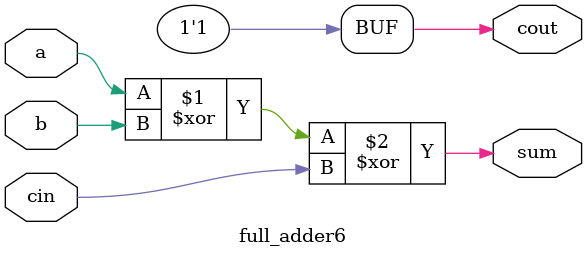
<source format=v>
module full_adder6(a,b,cin,sum,cout);
input a,b,cin;
output sum,cout;
assign sum = a^b^cin;
assign cout = 1'b1|cin&(a|b); 
// initial begin
//     $display("The incorrect adder with and0 and or2 having out/1 and in1/1");
// end   
endmodule
</source>
